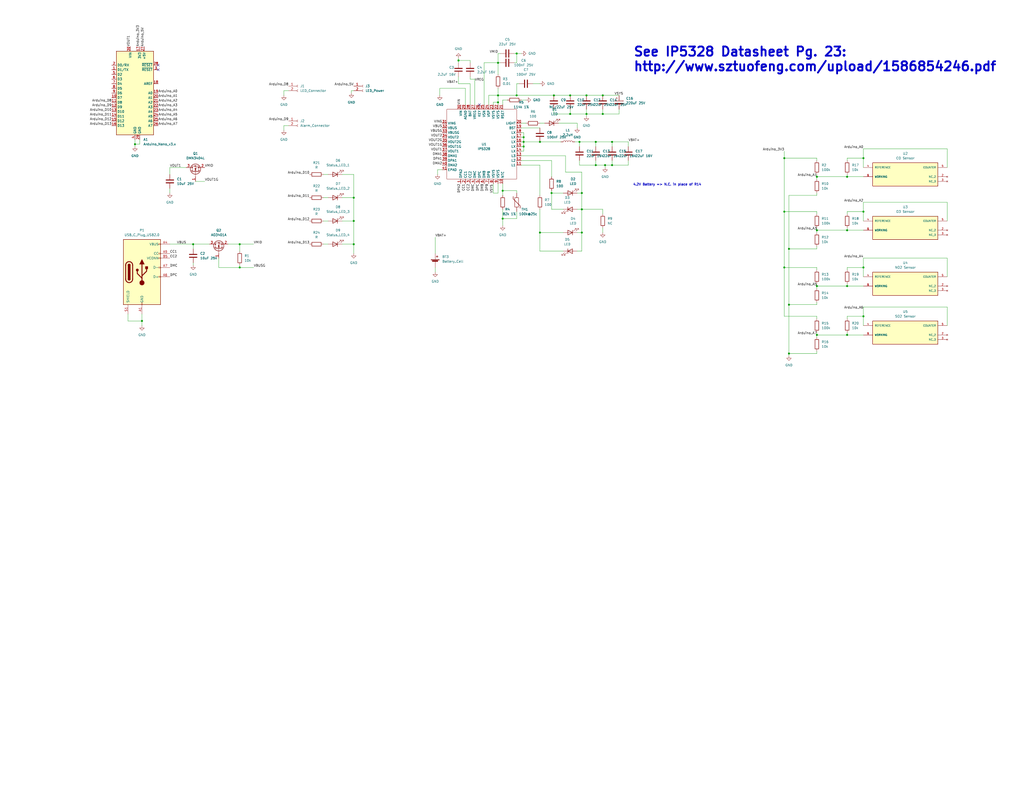
<source format=kicad_sch>
(kicad_sch (version 20211123) (generator eeschema)
  (paper "C")
  (lib_symbols
    (symbol "110-102:110-102" (pin_names (offset 1.016))
      (property "Reference" "U" (at -17.78 6.35 0))
      (property "Value" "110-102" (at -17.78 -8.89 0))
      (symbol "110-102_0_0"
        (pin bidirectional line (at -22.86 -2.54 0) (length 5.08) (name "WORKING") (number "1"))
        (pin no_connect line (at 22.86 -2.54 180) (length 5.08) (name "NC_2") (number "2"))
        (pin no_connect line (at 22.86 -5.08 180) (length 5.08) (name "NC_3") (number "3"))
        (pin input line (at -22.86 2.54 0) (length 5.08) (name "REFERENCE") (number "4"))
        (pin bidirectional line (at 22.86 2.54 180) (length 5.08) (name "COUNTER") (number "5"))
        (pin bidirectional line (at -22.86 -2.54 0) (length 5.08) (name "WORKING") (number "6"))
      )
    )
    (symbol "Connector:Conn_01x02_Female" (pin_names (offset 1.016) hide)
      (property "Reference" "J" (at 0 2.54 0))
      (property "Value" "Conn_01x02_Female" (at 0 -5.08 0))
      (symbol "Conn_01x02_Female_1_1"
        (pin passive line (at -5.08 0 0) (length 3.81) (name "Pin_1") (number "1"))
        (pin passive line (at -5.08 -2.54 0) (length 3.81) (name "Pin_2") (number "2"))
      )
    )
    (symbol "Connector:USB_C_Plug_USB2.0" (pin_names (offset 1.016))
      (property "Reference" "P" (at -10.16 19.05 0))
      (property "Value" "USB_C_Plug_USB2.0" (at 12.7 19.05 0))
      (symbol "USB_C_Plug_USB2.0_1_1"
        (pin passive line (at 0 -22.86 90) (length 5.08) (name "GND") (number "A1"))
        (pin passive line (at 0 -22.86 90) (length 5.08) hide (name "GND") (number "A12"))
        (pin passive line (at 15.24 15.24 180) (length 5.08) (name "VBUS") (number "A4"))
        (pin bidirectional line (at 15.24 10.16 180) (length 5.08) (name "CC") (number "A5"))
        (pin bidirectional line (at 15.24 -2.54 180) (length 5.08) (name "D+") (number "A6"))
        (pin bidirectional line (at 15.24 2.54 180) (length 5.08) (name "D-") (number "A7"))
        (pin passive line (at 15.24 15.24 180) (length 5.08) hide (name "VBUS") (number "A9"))
        (pin passive line (at 0 -22.86 90) (length 5.08) hide (name "GND") (number "B1"))
        (pin passive line (at 0 -22.86 90) (length 5.08) hide (name "GND") (number "B12"))
        (pin passive line (at 15.24 15.24 180) (length 5.08) hide (name "VBUS") (number "B4"))
        (pin bidirectional line (at 15.24 7.62 180) (length 5.08) (name "VCONN") (number "B5"))
        (pin passive line (at 15.24 15.24 180) (length 5.08) hide (name "VBUS") (number "B9"))
        (pin passive line (at -7.62 -22.86 90) (length 5.08) (name "SHIELD") (number "S1"))
      )
    )
    (symbol "Device:Battery_Cell" (pin_numbers hide) (pin_names (offset 0) hide)
      (property "Reference" "BT" (at 2.54 2.54 0))
      (property "Value" "Battery_Cell" (at 2.54 0 0))
      (symbol "Battery_Cell_1_1"
        (pin passive line (at 0 5.08 270) (length 2.54) (name "+") (number "1"))
        (pin passive line (at 0 -2.54 90) (length 2.54) (name "-") (number "2"))
      )
    )
    (symbol "Device:C" (pin_numbers hide) (pin_names (offset 0.254))
      (property "Reference" "C" (at 0.635 2.54 0))
      (property "Value" "C" (at 0.635 -2.54 0))
      (symbol "C_1_1"
        (pin passive line (at 0 3.81 270) (length 2.794) (name "~") (number "1"))
        (pin passive line (at 0 -3.81 90) (length 2.794) (name "~") (number "2"))
      )
    )
    (symbol "Device:C_Polarized" (pin_numbers hide) (pin_names (offset 0.254))
      (property "Reference" "C" (at 0.635 2.54 0))
      (property "Value" "C_Polarized" (at 0.635 -2.54 0))
      (symbol "C_Polarized_1_1"
        (pin passive line (at 0 3.81 270) (length 2.794) (name "~") (number "1"))
        (pin passive line (at 0 -3.81 90) (length 2.794) (name "~") (number "2"))
      )
    )
    (symbol "Device:L" (pin_numbers hide) (pin_names (offset 1.016) hide)
      (property "Reference" "L" (at -1.27 0 90))
      (property "Value" "L" (at 1.905 0 90))
      (symbol "L_1_1"
        (pin passive line (at 0 3.81 270) (length 1.27) (name "1") (number "1"))
        (pin passive line (at 0 -3.81 90) (length 1.27) (name "2") (number "2"))
      )
    )
    (symbol "Device:LED" (pin_numbers hide) (pin_names (offset 1.016) hide)
      (property "Reference" "D" (at 0 2.54 0))
      (property "Value" "LED" (at 0 -2.54 0))
      (symbol "LED_1_1"
        (pin passive line (at -3.81 0 0) (length 2.54) (name "K") (number "1"))
        (pin passive line (at 3.81 0 180) (length 2.54) (name "A") (number "2"))
      )
    )
    (symbol "Device:R" (pin_numbers hide) (pin_names (offset 0))
      (property "Reference" "R" (at 2.032 0 90))
      (property "Value" "R" (at 0 0 90))
      (symbol "R_1_1"
        (pin passive line (at 0 3.81 270) (length 1.27) (name "~") (number "1"))
        (pin passive line (at 0 -3.81 90) (length 1.27) (name "~") (number "2"))
      )
    )
    (symbol "Device:Thermistor" (pin_numbers hide) (pin_names (offset 0))
      (property "Reference" "TH" (at 2.54 1.27 90))
      (property "Value" "Thermistor" (at -2.54 0 90))
      (symbol "Thermistor_1_1"
        (pin passive line (at 0 5.08 270) (length 2.54) (name "~") (number "1"))
        (pin passive line (at 0 -5.08 90) (length 2.54) (name "~") (number "2"))
      )
    )
    (symbol "IP5328:IP5328"
      (property "Reference" "U" (at 7.62 -3.81 0))
      (property "Value" "IP5328" (at 7.62 -6.35 0))
      (symbol "IP5328_0_0"
        (pin input line (at 25.4 -35.56 90) (length 2.54) (name "NTC") (number "10"))
        (pin input line (at 5.08 -35.56 90) (length 2.54) (name "CC1") (number "2"))
        (pin input line (at 7.62 -35.56 90) (length 2.54) (name "CC2") (number "3"))
        (pin input line (at -7.62 -5.08 0) (length 2.54) (name "VBUS") (number "32"))
        (pin input line (at -7.62 -7.62 0) (length 2.54) (name "VBUSG") (number "33"))
        (pin input line (at -7.62 -10.16 0) (length 2.54) (name "VOUT2") (number "34"))
        (pin input line (at -7.62 -12.7 0) (length 2.54) (name "VOUT2G") (number "35"))
        (pin input line (at -7.62 -15.24 0) (length 2.54) (name "VOUT1G") (number "36"))
        (pin input line (at -7.62 -17.78 0) (length 2.54) (name "VOUT1") (number "37"))
        (pin input line (at -7.62 -20.32 0) (length 2.54) (name "DMA1") (number "38"))
        (pin input line (at -7.62 -22.86 0) (length 2.54) (name "DPA1") (number "39"))
        (pin input line (at 10.16 -35.56 90) (length 2.54) (name "DMC") (number "4"))
        (pin input line (at -7.62 -25.4 0) (length 2.54) (name "DMA2") (number "40"))
        (pin input line (at 12.7 -35.56 90) (length 2.54) (name "DPC") (number "5"))
        (pin input line (at 15.24 -35.56 90) (length 2.54) (name "DMB") (number "6"))
        (pin input line (at 17.78 -35.56 90) (length 2.54) (name "DPB") (number "7"))
        (pin input line (at 20.32 -35.56 90) (length 2.54) (name "VSYS") (number "8"))
        (pin input line (at 22.86 -35.56 90) (length 2.54) (name "VSYS") (number "9"))
      )
      (symbol "IP5328_1_1"
        (pin input line (at 2.54 -35.56 90) (length 2.54) (name "DPA2") (number "1"))
        (pin input line (at 35.56 -25.4 180) (length 2.54) (name "L1") (number "11"))
        (pin input line (at 35.56 -22.86 180) (length 2.54) (name "L2") (number "12"))
        (pin input line (at 35.56 -20.32 180) (length 2.54) (name "L3") (number "13"))
        (pin input line (at 35.56 -17.78 180) (length 2.54) (name "LX") (number "14"))
        (pin input line (at 35.56 -15.24 180) (length 2.54) (name "LX") (number "15"))
        (pin input line (at 35.56 -12.7 180) (length 2.54) (name "LX") (number "16"))
        (pin input line (at 35.56 -10.16 180) (length 2.54) (name "LX") (number "17"))
        (pin input line (at 35.56 -7.62 180) (length 2.54) (name "LX") (number "18"))
        (pin input line (at 35.56 -5.08 180) (length 2.54) (name "BST") (number "19"))
        (pin input line (at 35.56 -2.54 180) (length 2.54) (name "LIGHT") (number "20"))
        (pin input line (at 25.4 7.62 270) (length 2.54) (name "RSET") (number "21"))
        (pin input line (at 22.86 7.62 270) (length 2.54) (name "VSYS") (number "22"))
        (pin input line (at 20.32 7.62 270) (length 2.54) (name "VSYS") (number "23"))
        (pin input line (at 17.78 7.62 270) (length 2.54) (name "VSP") (number "24"))
        (pin input line (at 15.24 7.62 270) (length 2.54) (name "VSN") (number "25"))
        (pin input line (at 12.7 7.62 270) (length 2.54) (name "KEY") (number "26"))
        (pin input line (at 10.16 7.62 270) (length 2.54) (name "VREG") (number "27"))
        (pin input line (at 7.62 7.62 270) (length 2.54) (name "BAT") (number "28"))
        (pin input line (at 5.08 7.62 270) (length 2.54) (name "AGND") (number "29"))
        (pin input line (at 2.54 7.62 270) (length 2.54) (name "VIN") (number "30"))
        (pin input line (at -7.62 -2.54 0) (length 2.54) (name "VING") (number "31"))
        (pin input line (at -7.62 -27.94 0) (length 2.54) (name "EPAD") (number "41"))
      )
    )
    (symbol "MCU_Module:Arduino_Nano_v3.x"
      (property "Reference" "A" (at -10.16 23.495 0))
      (property "Value" "Arduino_Nano_v3.x" (at 5.08 -24.13 0))
      (symbol "Arduino_Nano_v3.x_1_1"
        (pin bidirectional line (at -12.7 12.7 0) (length 2.54) (name "D1/TX") (number "1"))
        (pin bidirectional line (at -12.7 -2.54 0) (length 2.54) (name "D7") (number "10"))
        (pin bidirectional line (at -12.7 -5.08 0) (length 2.54) (name "D8") (number "11"))
        (pin bidirectional line (at -12.7 -7.62 0) (length 2.54) (name "D9") (number "12"))
        (pin bidirectional line (at -12.7 -10.16 0) (length 2.54) (name "D10") (number "13"))
        (pin bidirectional line (at -12.7 -12.7 0) (length 2.54) (name "D11") (number "14"))
        (pin bidirectional line (at -12.7 -15.24 0) (length 2.54) (name "D12") (number "15"))
        (pin bidirectional line (at -12.7 -17.78 0) (length 2.54) (name "D13") (number "16"))
        (pin power_out line (at 2.54 25.4 270) (length 2.54) (name "3V3") (number "17"))
        (pin input line (at 12.7 5.08 180) (length 2.54) (name "AREF") (number "18"))
        (pin bidirectional line (at 12.7 0 180) (length 2.54) (name "A0") (number "19"))
        (pin bidirectional line (at -12.7 15.24 0) (length 2.54) (name "D0/RX") (number "2"))
        (pin bidirectional line (at 12.7 -2.54 180) (length 2.54) (name "A1") (number "20"))
        (pin bidirectional line (at 12.7 -5.08 180) (length 2.54) (name "A2") (number "21"))
        (pin bidirectional line (at 12.7 -7.62 180) (length 2.54) (name "A3") (number "22"))
        (pin bidirectional line (at 12.7 -10.16 180) (length 2.54) (name "A4") (number "23"))
        (pin bidirectional line (at 12.7 -12.7 180) (length 2.54) (name "A5") (number "24"))
        (pin bidirectional line (at 12.7 -15.24 180) (length 2.54) (name "A6") (number "25"))
        (pin bidirectional line (at 12.7 -17.78 180) (length 2.54) (name "A7") (number "26"))
        (pin power_out line (at 5.08 25.4 270) (length 2.54) (name "+5V") (number "27"))
        (pin input line (at 12.7 15.24 180) (length 2.54) (name "~{RESET}") (number "28"))
        (pin power_in line (at 2.54 -25.4 90) (length 2.54) (name "GND") (number "29"))
        (pin input line (at 12.7 12.7 180) (length 2.54) (name "~{RESET}") (number "3"))
        (pin power_in line (at -2.54 25.4 270) (length 2.54) (name "VIN") (number "30"))
        (pin power_in line (at 0 -25.4 90) (length 2.54) (name "GND") (number "4"))
        (pin bidirectional line (at -12.7 10.16 0) (length 2.54) (name "D2") (number "5"))
        (pin bidirectional line (at -12.7 7.62 0) (length 2.54) (name "D3") (number "6"))
        (pin bidirectional line (at -12.7 5.08 0) (length 2.54) (name "D4") (number "7"))
        (pin bidirectional line (at -12.7 2.54 0) (length 2.54) (name "D5") (number "8"))
        (pin bidirectional line (at -12.7 0 0) (length 2.54) (name "D6") (number "9"))
      )
    )
    (symbol "Transistor_FET:AO3401A" (pin_names hide)
      (property "Reference" "Q" (at 5.08 1.905 0))
      (property "Value" "AO3401A" (at 5.08 0 0))
      (symbol "AO3401A_1_1"
        (pin input line (at -5.08 0 0) (length 2.54) (name "G") (number "1"))
        (pin passive line (at 2.54 -5.08 90) (length 2.54) (name "S") (number "2"))
        (pin passive line (at 2.54 5.08 270) (length 2.54) (name "D") (number "3"))
      )
    )
    (symbol "Transistor_FET:DMN3404L" (pin_names hide)
      (property "Reference" "Q" (at 5.08 1.905 0))
      (property "Value" "DMN3404L" (at 5.08 0 0))
      (symbol "DMN3404L_1_1"
        (pin input line (at -5.08 0 0) (length 2.54) (name "G") (number "1"))
        (pin passive line (at 2.54 -5.08 90) (length 2.54) (name "S") (number "2"))
        (pin passive line (at 2.54 5.08 270) (length 2.54) (name "D") (number "3"))
      )
    )
    (symbol "power:GND" (power) (pin_names (offset 0))
      (property "Value" "GND" (at 0 -3.81 0))
      (symbol "GND_1_1"
        (pin power_in line (at 0 0 270) (length 0) hide (name "GND") (number "1"))
      )
    )
  )
  (junction (at 193.04 133.35))
  (junction (at 471.17 86.36))
  (junction (at 130.81 146.05))
  (junction (at 471.17 146.05))
  (junction (at 285.75 77.47))
  (junction (at 320.04 52.07))
  (junction (at 274.32 104.14))
  (junction (at 316.23 77.47))
  (junction (at 271.78 55.88))
  (junction (at 274.32 119.38))
  (junction (at 462.28 182.88))
  (junction (at 334.01 90.17))
  (junction (at 193.04 107.95))
  (junction (at 271.78 52.07))
  (junction (at 320.04 62.23))
  (junction (at 317.5 127))
  (junction (at 77.47 175.26))
  (junction (at 445.77 125.73))
  (junction (at 430.53 166.37))
  (junction (at 462.28 156.21))
  (junction (at 317.5 105.41))
  (junction (at 462.28 125.73))
  (junction (at 193.04 120.65))
  (junction (at 281.94 29.21))
  (junction (at 294.64 77.47))
  (junction (at 427.99 146.05))
  (junction (at 285.75 74.93))
  (junction (at 334.01 77.47))
  (junction (at 445.77 96.52))
  (junction (at 445.77 156.21))
  (junction (at 105.41 133.35))
  (junction (at 325.12 90.17))
  (junction (at 317.5 114.3))
  (junction (at 271.78 34.29))
  (junction (at 302.26 52.07))
  (junction (at 300.99 105.41))
  (junction (at 294.64 127))
  (junction (at 427.99 86.36))
  (junction (at 325.12 77.47))
  (junction (at 311.15 52.07))
  (junction (at 427.99 115.57))
  (junction (at 430.53 193.04))
  (junction (at 328.93 52.07))
  (junction (at 330.2 90.17))
  (junction (at 285.75 80.01))
  (junction (at 281.94 52.07))
  (junction (at 471.17 172.72))
  (junction (at 328.93 62.23))
  (junction (at 311.15 62.23))
  (junction (at 250.19 33.02))
  (junction (at 130.81 133.35))
  (junction (at 471.17 115.57))
  (junction (at 430.53 135.89))
  (junction (at 73.66 78.74))
  (junction (at 462.28 96.52))
  (junction (at 445.77 182.88))
  (no_connect (at 86.36 38.1))
  (no_connect (at 86.36 35.56))
  (no_connect (at 261.62 57.15))
  (wire (pts (xy 69.85 175.26) (xy 77.47 175.26)))
  (wire (pts (xy 462.28 147.32) (xy 462.28 146.05)))
  (wire (pts (xy 264.16 57.15) (xy 264.16 34.29)))
  (wire (pts (xy 284.48 77.47) (xy 285.75 77.47)))
  (wire (pts (xy 471.17 140.97) (xy 516.89 140.97)))
  (wire (pts (xy 430.53 135.89) (xy 445.77 135.89)))
  (wire (pts (xy 427.99 82.55) (xy 427.99 86.36)))
  (wire (pts (xy 304.8 67.31) (xy 314.96 67.31)))
  (wire (pts (xy 445.77 96.52) (xy 445.77 97.79)))
  (wire (pts (xy 471.17 146.05) (xy 471.17 140.97)))
  (wire (pts (xy 471.17 115.57) (xy 471.17 110.49)))
  (wire (pts (xy 427.99 172.72) (xy 445.77 172.72)))
  (wire (pts (xy 320.04 52.07) (xy 328.93 52.07)))
  (wire (pts (xy 330.2 90.17) (xy 330.2 91.44)))
  (wire (pts (xy 284.48 87.63) (xy 300.99 87.63)))
  (wire (pts (xy 300.99 105.41) (xy 300.99 114.3)))
  (wire (pts (xy 130.81 144.78) (xy 130.81 146.05)))
  (wire (pts (xy 238.76 92.71) (xy 241.3 92.71)))
  (wire (pts (xy 471.17 151.13) (xy 471.17 146.05)))
  (wire (pts (xy 328.93 116.84) (xy 328.93 114.3)))
  (wire (pts (xy 462.28 173.99) (xy 462.28 172.72)))
  (wire (pts (xy 462.28 95.25) (xy 462.28 96.52)))
  (wire (pts (xy 154.94 49.53) (xy 157.48 49.53)))
  (wire (pts (xy 445.77 191.77) (xy 445.77 193.04)))
  (wire (pts (xy 237.49 129.54) (xy 237.49 138.43)))
  (wire (pts (xy 294.64 137.16) (xy 294.64 127)))
  (wire (pts (xy 516.89 81.28) (xy 516.89 91.44)))
  (wire (pts (xy 250.19 33.02) (xy 250.19 34.29)))
  (wire (pts (xy 445.77 106.68) (xy 430.53 106.68)))
  (wire (pts (xy 471.17 81.28) (xy 516.89 81.28)))
  (wire (pts (xy 250.19 45.72) (xy 250.19 41.91)))
  (wire (pts (xy 462.28 124.46) (xy 462.28 125.73)))
  (wire (pts (xy 445.77 147.32) (xy 445.77 146.05)))
  (wire (pts (xy 274.32 100.33) (xy 274.32 104.14)))
  (wire (pts (xy 73.66 76.2) (xy 73.66 78.74)))
  (wire (pts (xy 462.28 125.73) (xy 471.17 125.73)))
  (wire (pts (xy 92.71 102.87) (xy 92.71 105.41)))
  (wire (pts (xy 154.94 68.58) (xy 157.48 68.58)))
  (wire (pts (xy 342.9 87.63) (xy 342.9 90.17)))
  (wire (pts (xy 445.77 87.63) (xy 445.77 86.36)))
  (wire (pts (xy 271.78 105.41) (xy 269.24 105.41)))
  (wire (pts (xy 462.28 96.52) (xy 471.17 96.52)))
  (wire (pts (xy 280.67 34.29) (xy 281.94 34.29)))
  (wire (pts (xy 320.04 62.23) (xy 328.93 62.23)))
  (wire (pts (xy 445.77 134.62) (xy 445.77 135.89)))
  (wire (pts (xy 471.17 120.65) (xy 471.17 115.57)))
  (wire (pts (xy 334.01 77.47) (xy 334.01 80.01)))
  (wire (pts (xy 191.77 50.8) (xy 191.77 49.53)))
  (wire (pts (xy 254 57.15) (xy 254 48.26)))
  (wire (pts (xy 193.04 133.35) (xy 193.04 138.43)))
  (wire (pts (xy 311.15 59.69) (xy 311.15 62.23)))
  (wire (pts (xy 271.78 100.33) (xy 271.78 105.41)))
  (wire (pts (xy 462.28 86.36) (xy 471.17 86.36)))
  (wire (pts (xy 250.19 33.02) (xy 256.54 33.02)))
  (wire (pts (xy 462.28 146.05) (xy 471.17 146.05)))
  (wire (pts (xy 280.67 29.21) (xy 281.94 29.21)))
  (wire (pts (xy 308.61 85.09) (xy 308.61 93.98)))
  (wire (pts (xy 462.28 156.21) (xy 471.17 156.21)))
  (wire (pts (xy 266.7 57.15) (xy 266.7 52.07)))
  (wire (pts (xy 516.89 110.49) (xy 516.89 120.65)))
  (wire (pts (xy 281.94 115.57) (xy 281.94 119.38)))
  (wire (pts (xy 302.26 62.23) (xy 311.15 62.23)))
  (wire (pts (xy 445.77 156.21) (xy 462.28 156.21)))
  (wire (pts (xy 186.69 133.35) (xy 193.04 133.35)))
  (wire (pts (xy 325.12 77.47) (xy 325.12 80.01)))
  (wire (pts (xy 427.99 146.05) (xy 445.77 146.05)))
  (wire (pts (xy 92.71 91.44) (xy 92.71 95.25)))
  (wire (pts (xy 284.48 67.31) (xy 287.02 67.31)))
  (wire (pts (xy 314.96 114.3) (xy 317.5 114.3)))
  (wire (pts (xy 445.77 193.04) (xy 430.53 193.04)))
  (wire (pts (xy 311.15 62.23) (xy 320.04 62.23)))
  (wire (pts (xy 316.23 87.63) (xy 316.23 90.17)))
  (wire (pts (xy 300.99 114.3) (xy 307.34 114.3)))
  (wire (pts (xy 471.17 86.36) (xy 471.17 81.28)))
  (wire (pts (xy 302.26 52.07) (xy 281.94 52.07)))
  (wire (pts (xy 269.24 100.33) (xy 269.24 105.41)))
  (wire (pts (xy 264.16 34.29) (xy 271.78 34.29)))
  (wire (pts (xy 285.75 77.47) (xy 285.75 80.01)))
  (wire (pts (xy 271.78 48.26) (xy 271.78 52.07)))
  (wire (pts (xy 445.77 125.73) (xy 445.77 127)))
  (wire (pts (xy 250.19 31.75) (xy 250.19 33.02)))
  (wire (pts (xy 334.01 87.63) (xy 334.01 90.17)))
  (wire (pts (xy 462.28 87.63) (xy 462.28 86.36)))
  (wire (pts (xy 186.69 107.95) (xy 193.04 107.95)))
  (wire (pts (xy 328.93 52.07) (xy 337.82 52.07)))
  (wire (pts (xy 317.5 93.98) (xy 317.5 105.41)))
  (wire (pts (xy 430.53 166.37) (xy 445.77 166.37)))
  (wire (pts (xy 154.94 71.12) (xy 154.94 68.58)))
  (wire (pts (xy 445.77 96.52) (xy 462.28 96.52)))
  (wire (pts (xy 266.7 52.07) (xy 271.78 52.07)))
  (wire (pts (xy 256.54 57.15) (xy 256.54 45.72)))
  (wire (pts (xy 285.75 82.55) (xy 284.48 82.55)))
  (wire (pts (xy 130.81 146.05) (xy 138.43 146.05)))
  (wire (pts (xy 334.01 77.47) (xy 342.9 77.47)))
  (wire (pts (xy 191.77 49.53) (xy 193.04 49.53)))
  (wire (pts (xy 283.21 45.72) (xy 281.94 45.72)))
  (wire (pts (xy 316.23 77.47) (xy 316.23 80.01)))
  (wire (pts (xy 281.94 29.21) (xy 284.48 29.21)))
  (wire (pts (xy 445.77 182.88) (xy 462.28 182.88)))
  (wire (pts (xy 176.53 133.35) (xy 179.07 133.35)))
  (wire (pts (xy 119.38 146.05) (xy 119.38 140.97)))
  (wire (pts (xy 237.49 146.05) (xy 237.49 148.59)))
  (wire (pts (xy 281.94 34.29) (xy 281.94 29.21)))
  (wire (pts (xy 320.04 59.69) (xy 320.04 62.23)))
  (wire (pts (xy 269.24 55.88) (xy 269.24 57.15)))
  (wire (pts (xy 445.77 124.46) (xy 445.77 125.73)))
  (wire (pts (xy 106.68 99.06) (xy 111.76 99.06)))
  (wire (pts (xy 73.66 78.74) (xy 73.66 80.01)))
  (wire (pts (xy 294.64 127) (xy 294.64 114.3)))
  (wire (pts (xy 445.77 165.1) (xy 445.77 166.37)))
  (wire (pts (xy 105.41 143.51) (xy 105.41 144.78)))
  (wire (pts (xy 316.23 90.17) (xy 325.12 90.17)))
  (wire (pts (xy 271.78 57.15) (xy 271.78 55.88)))
  (wire (pts (xy 274.32 57.15) (xy 274.32 54.61)))
  (wire (pts (xy 445.77 172.72) (xy 445.77 173.99)))
  (wire (pts (xy 92.71 91.44) (xy 101.6 91.44)))
  (wire (pts (xy 77.47 175.26) (xy 77.47 171.45)))
  (wire (pts (xy 320.04 62.23) (xy 320.04 63.5)))
  (wire (pts (xy 130.81 133.35) (xy 138.43 133.35)))
  (wire (pts (xy 316.23 77.47) (xy 325.12 77.47)))
  (wire (pts (xy 105.41 133.35) (xy 105.41 135.89)))
  (wire (pts (xy 471.17 167.64) (xy 516.89 167.64)))
  (wire (pts (xy 271.78 55.88) (xy 269.24 55.88)))
  (wire (pts (xy 193.04 95.25) (xy 193.04 107.95)))
  (wire (pts (xy 284.48 72.39) (xy 285.75 72.39)))
  (wire (pts (xy 427.99 115.57) (xy 427.99 146.05)))
  (wire (pts (xy 462.28 182.88) (xy 471.17 182.88)))
  (wire (pts (xy 317.5 127) (xy 317.5 137.16)))
  (wire (pts (xy 274.32 114.3) (xy 274.32 119.38)))
  (wire (pts (xy 284.48 90.17) (xy 294.64 90.17)))
  (wire (pts (xy 325.12 77.47) (xy 334.01 77.47)))
  (wire (pts (xy 285.75 80.01) (xy 285.75 82.55)))
  (wire (pts (xy 516.89 140.97) (xy 516.89 151.13)))
  (wire (pts (xy 271.78 52.07) (xy 271.78 55.88)))
  (wire (pts (xy 77.47 175.26) (xy 77.47 177.8)))
  (wire (pts (xy 314.96 127) (xy 317.5 127)))
  (wire (pts (xy 427.99 115.57) (xy 445.77 115.57)))
  (wire (pts (xy 302.26 59.69) (xy 302.26 62.23)))
  (wire (pts (xy 445.77 105.41) (xy 445.77 106.68)))
  (wire (pts (xy 307.34 137.16) (xy 294.64 137.16)))
  (wire (pts (xy 281.94 104.14) (xy 274.32 104.14)))
  (wire (pts (xy 294.64 67.31) (xy 297.18 67.31)))
  (wire (pts (xy 427.99 146.05) (xy 427.99 172.72)))
  (wire (pts (xy 284.48 80.01) (xy 285.75 80.01)))
  (wire (pts (xy 284.48 69.85) (xy 294.64 69.85)))
  (wire (pts (xy 285.75 72.39) (xy 285.75 74.93)))
  (wire (pts (xy 462.28 116.84) (xy 462.28 115.57)))
  (wire (pts (xy 313.69 77.47) (xy 316.23 77.47)))
  (wire (pts (xy 294.64 77.47) (xy 306.07 77.47)))
  (wire (pts (xy 176.53 107.95) (xy 179.07 107.95)))
  (wire (pts (xy 92.71 133.35) (xy 105.41 133.35)))
  (wire (pts (xy 317.5 105.41) (xy 317.5 114.3)))
  (wire (pts (xy 284.48 74.93) (xy 285.75 74.93)))
  (wire (pts (xy 427.99 86.36) (xy 427.99 115.57)))
  (wire (pts (xy 300.99 104.14) (xy 300.99 105.41)))
  (wire (pts (xy 274.32 119.38) (xy 274.32 123.19)))
  (wire (pts (xy 430.53 166.37) (xy 430.53 193.04)))
  (wire (pts (xy 342.9 90.17) (xy 334.01 90.17)))
  (wire (pts (xy 281.94 105.41) (xy 281.94 104.14)))
  (wire (pts (xy 462.28 115.57) (xy 471.17 115.57)))
  (wire (pts (xy 294.64 127) (xy 307.34 127)))
  (wire (pts (xy 445.77 156.21) (xy 445.77 157.48)))
  (wire (pts (xy 186.69 95.25) (xy 193.04 95.25)))
  (wire (pts (xy 445.77 154.94) (xy 445.77 156.21)))
  (wire (pts (xy 311.15 52.07) (xy 320.04 52.07)))
  (wire (pts (xy 328.93 59.69) (xy 328.93 62.23)))
  (wire (pts (xy 69.85 171.45) (xy 69.85 175.26)))
  (wire (pts (xy 445.77 95.25) (xy 445.77 96.52)))
  (wire (pts (xy 76.2 78.74) (xy 73.66 78.74)))
  (wire (pts (xy 430.53 135.89) (xy 430.53 166.37)))
  (wire (pts (xy 274.32 104.14) (xy 274.32 106.68)))
  (wire (pts (xy 471.17 110.49) (xy 516.89 110.49)))
  (wire (pts (xy 186.69 120.65) (xy 193.04 120.65)))
  (wire (pts (xy 317.5 114.3) (xy 317.5 127)))
  (wire (pts (xy 471.17 172.72) (xy 471.17 167.64)))
  (wire (pts (xy 290.83 45.72) (xy 294.64 45.72)))
  (wire (pts (xy 314.96 105.41) (xy 317.5 105.41)))
  (wire (pts (xy 285.75 77.47) (xy 294.64 77.47)))
  (wire (pts (xy 342.9 77.47) (xy 342.9 80.01)))
  (wire (pts (xy 516.89 167.64) (xy 516.89 177.8)))
  (wire (pts (xy 285.75 74.93) (xy 285.75 77.47)))
  (wire (pts (xy 325.12 90.17) (xy 330.2 90.17)))
  (wire (pts (xy 254 48.26) (xy 240.03 48.26)))
  (wire (pts (xy 130.81 133.35) (xy 130.81 137.16)))
  (wire (pts (xy 462.28 181.61) (xy 462.28 182.88)))
  (wire (pts (xy 284.48 85.09) (xy 308.61 85.09)))
  (wire (pts (xy 130.81 146.05) (xy 119.38 146.05)))
  (wire (pts (xy 256.54 45.72) (xy 250.19 45.72)))
  (wire (pts (xy 271.78 34.29) (xy 271.78 29.21)))
  (wire (pts (xy 445.77 181.61) (xy 445.77 182.88)))
  (wire (pts (xy 430.53 193.04) (xy 430.53 194.31)))
  (wire (pts (xy 430.53 106.68) (xy 430.53 135.89)))
  (wire (pts (xy 259.08 57.15) (xy 259.08 43.18)))
  (wire (pts (xy 302.26 52.07) (xy 311.15 52.07)))
  (wire (pts (xy 176.53 95.25) (xy 179.07 95.25)))
  (wire (pts (xy 445.77 125.73) (xy 462.28 125.73)))
  (wire (pts (xy 256.54 34.29) (xy 256.54 33.02)))
  (wire (pts (xy 281.94 52.07) (xy 271.78 52.07)))
  (wire (pts (xy 325.12 87.63) (xy 325.12 90.17)))
  (wire (pts (xy 328.93 124.46) (xy 328.93 127)))
  (wire (pts (xy 281.94 119.38) (xy 274.32 119.38)))
  (wire (pts (xy 271.78 40.64) (xy 271.78 34.29)))
  (wire (pts (xy 76.2 76.2) (xy 76.2 78.74)))
  (wire (pts (xy 240.03 48.26) (xy 240.03 52.07)))
  (wire (pts (xy 193.04 120.65) (xy 193.04 133.35)))
  (wire (pts (xy 308.61 93.98) (xy 317.5 93.98)))
  (wire (pts (xy 445.77 116.84) (xy 445.77 115.57)))
  (wire (pts (xy 271.78 34.29) (xy 273.05 34.29)))
  (wire (pts (xy 193.04 107.95) (xy 193.04 120.65)))
  (wire (pts (xy 256.54 43.18) (xy 256.54 41.91)))
  (wire (pts (xy 337.82 59.69) (xy 337.82 62.23)))
  (wire (pts (xy 471.17 91.44) (xy 471.17 86.36)))
  (wire (pts (xy 317.5 137.16) (xy 314.96 137.16)))
  (wire (pts (xy 294.64 90.17) (xy 294.64 106.68)))
  (wire (pts (xy 105.41 133.35) (xy 114.3 133.35)))
  (wire (pts (xy 271.78 29.21) (xy 273.05 29.21)))
  (wire (pts (xy 274.32 54.61) (xy 276.86 54.61)))
  (wire (pts (xy 176.53 120.65) (xy 179.07 120.65)))
  (wire (pts (xy 462.28 154.94) (xy 462.28 156.21)))
  (wire (pts (xy 124.46 133.35) (xy 130.81 133.35)))
  (wire (pts (xy 300.99 87.63) (xy 300.99 96.52)))
  (wire (pts (xy 281.94 45.72) (xy 281.94 52.07)))
  (wire (pts (xy 154.94 52.07) (xy 154.94 49.53)))
  (wire (pts (xy 314.96 67.31) (xy 314.96 69.85)))
  (wire (pts (xy 284.48 54.61) (xy 287.02 54.61)))
  (wire (pts (xy 445.77 86.36) (xy 427.99 86.36)))
  (wire (pts (xy 259.08 43.18) (xy 256.54 43.18)))
  (wire (pts (xy 471.17 177.8) (xy 471.17 172.72)))
  (wire (pts (xy 445.77 182.88) (xy 445.77 184.15)))
  (wire (pts (xy 462.28 172.72) (xy 471.17 172.72)))
  (wire (pts (xy 238.76 95.25) (xy 238.76 92.71)))
  (wire (pts (xy 317.5 114.3) (xy 328.93 114.3)))
  (wire (pts (xy 300.99 105.41) (xy 307.34 105.41)))
  (wire (pts (xy 334.01 90.17) (xy 330.2 90.17)))
  (wire (pts (xy 328.93 62.23) (xy 337.82 62.23)))
  (text "See IP5328 Datasheet Pg. 23:\nhttp://www.sztuofeng.com/upload/1586854246.pdf" (at 345.44 39.37 0) (effects (font (size 5 5) (thickness 1) bold) (justify left bottom)))
  (text "4.2V Battery => N.C. in place of R14" (at 345.44 101.6 0) (effects (font (size 1.27 1.27) bold) (justify left bottom)))
  (label "Arduino_A3" (at 445.77 125.73 180))
  (label "Arduino_D11" (at 60.96 63.5 180))
  (label "Arduino_5V" (at 193.04 46.99 180))
  (label "VOUT1" (at 92.71 91.44 0))
  (label "CC1" (at 254 100.33 270))
  (label "Arduino_D12" (at 168.91 120.65 180))
  (label "VBUS" (at 241.3 69.85 180))
  (label "Arduino_D12" (at 60.96 66.04 180))
  (label "VSYS" (at 269.24 105.41 90))
  (label "VBUSG" (at 241.3 72.39 180))
  (label "VBAT+" (at 237.49 129.54 0))
  (label "VOUT1G" (at 111.76 99.06 0))
  (label "Arduino_A2" (at 471.17 110.49 180))
  (label "Arduino_D9" (at 60.96 58.42 180))
  (label "CC2" (at 92.71 140.97 0))
  (label "Arduino_A4" (at 86.36 60.96 0))
  (label "VOUT1" (at 71.12 25.4 90))
  (label "Arduino_A0" (at 86.36 50.8 0))
  (label "VOUT2G" (at 241.3 77.47 180))
  (label "DPA2" (at 251.46 100.33 270))
  (label "Arduino_A3" (at 86.36 58.42 0))
  (label "DMC" (at 259.08 100.33 270))
  (label "VIN" (at 251.46 57.15 90))
  (label "Arduino_3V3" (at 427.99 82.55 180))
  (label "VBAT+" (at 243.84 45.72 0))
  (label "Arduino_3V3" (at 76.2 25.4 90))
  (label "Arduino_A6" (at 86.36 66.04 0))
  (label "Arduino_A1" (at 445.77 96.52 180))
  (label "Arduino_A1" (at 86.36 53.34 0))
  (label "VOUT1G" (at 241.3 80.01 180))
  (label "CC2" (at 256.54 100.33 270))
  (label "Arduino_D8" (at 60.96 55.88 180))
  (label "VOUT1" (at 241.3 82.55 180))
  (label "DPA1" (at 241.3 87.63 180))
  (label "Arduino_A7" (at 445.77 182.88 180))
  (label "Arduino_A5" (at 86.36 63.5 0))
  (label "Arduino_A6" (at 471.17 168.91 180))
  (label "Arduino_D13" (at 168.91 133.35 180))
  (label "Arduino_D10" (at 60.96 60.96 180))
  (label "Arduino_A0" (at 471.17 81.28 180))
  (label "Arduino_D10" (at 168.91 95.25 180))
  (label "Arduino_A4" (at 471.17 140.97 180))
  (label "Arduino_D11" (at 168.91 107.95 180))
  (label "VSYS" (at 335.28 52.07 0))
  (label "DPB" (at 266.7 100.33 270))
  (label "Arduino_A5" (at 445.77 156.21 180))
  (label "DPC" (at 92.71 151.13 0))
  (label "VMID" (at 111.76 91.44 0))
  (label "Arduino_D9" (at 157.48 66.04 180))
  (label "Arduino_5V" (at 78.74 25.4 90))
  (label "DMB" (at 264.16 100.33 270))
  (label "DMA2" (at 241.3 90.17 180))
  (label "Arduino_D8" (at 157.48 46.99 180))
  (label "VBUS" (at 96.52 133.35 0))
  (label "Arduino_A7" (at 86.36 68.58 0))
  (label "DMC" (at 92.71 146.05 0))
  (label "VBAT+" (at 342.9 77.47 0))
  (label "VOUT2" (at 241.3 74.93 180))
  (label "DPC" (at 261.62 100.33 270))
  (label "VREG" (at 259.08 44.45 0))
  (label "VMID" (at 138.43 133.35 0))
  (label "DMA1" (at 241.3 85.09 180))
  (label "VBUSG" (at 138.43 146.05 0))
  (label "Arduino_D13" (at 60.96 68.58 180))
  (label "VING" (at 241.3 67.31 180))
  (label "Arduino_A2" (at 86.36 55.88 0))
  (label "CC1" (at 92.71 138.43 0))
  (label "VMID" (at 271.78 29.21 180))
  (symbol (lib_id "power:GND") (at 237.49 148.59 0) (unit 1)
    (property "Reference" "#PWR05" (effects hide))
    (property "Value" "GND" (at 237.49 153.67 0))
  )
  (symbol (lib_id "power:GND") (at 238.76 95.25 0) (unit 1)
    (property "Reference" "#PWR06" (effects hide))
    (property "Value" "GND" (at 238.76 100.33 0))
  )
  (symbol (lib_id "Device:Battery_Cell") (at 237.49 143.51 0) (unit 1)
    (property "Reference" "BT3" (at 241.3 140.2079 0) (effects (justify left)))
    (property "Value" "Battery_Cell" (at 241.3 142.7479 0) (effects (justify left)))
  )
  (symbol (lib_id "power:GND") (at 240.03 52.07 0) (unit 1)
    (property "Reference" "#PWR07" (effects hide))
    (property "Value" "GND" (at 240.03 57.15 0))
  )
  (symbol (lib_id "Device:R") (at 280.67 54.61 90) (unit 1)
    (property "Reference" "R5" (at 284.48 55.88 90))
    (property "Value" "114k 1%" (at 284.48 58.42 90))
    (property "Footprint" "Resistor_SMD:R_0603_1608Metric" (effects hide))
  )
  (symbol (lib_id "Device:C") (at 325.12 83.82 0) (unit 1)
    (property "Reference" "C13" (at 328.93 82.5499 0) (effects (justify left)))
    (property "Value" "22uF 16v" (at 328.93 85.0899 0) (effects (justify left)))
    (property "Footprint" "Capacitor_SMD:C_0201_0603Metric" (effects hide))
  )
  (symbol (lib_id "power:GND") (at 193.04 138.43 0) (unit 1)
    (property "Reference" "#PWR020" (effects hide))
    (property "Value" "GND" (at 193.04 143.51 0))
  )
  (symbol (lib_id "Device:C") (at 302.26 55.88 0) (unit 1)
    (property "Reference" "C9" (at 306.07 54.6099 0) (effects (justify left)))
    (property "Value" "NC/22uF 25V" (at 299.72 58.42 0) (effects (justify left)))
    (property "Footprint" "Capacitor_SMD:C_0201_0603Metric" (effects hide))
  )
  (symbol (lib_id "Device:LED") (at 311.15 137.16 0) (unit 1)
    (property "Reference" "D5" (at 309.5625 130.81 0))
    (property "Value" "LED" (at 309.5625 133.35 0))
  )
  (symbol (lib_id "Device:R") (at 328.93 120.65 0) (unit 1)
    (property "Reference" "R9" (at 331.47 119.3799 0) (effects (justify left)))
    (property "Value" "NC" (at 331.47 121.9199 0) (effects (justify left)))
    (property "Footprint" "Resistor_SMD:R_0603_1608Metric" (effects hide))
  )
  (symbol (lib_id "Device:C") (at 92.71 99.06 0) (unit 1)
    (property "Reference" "C1" (at 96.52 97.7899 0) (effects (justify left)))
    (property "Value" "10uF 25V" (at 96.52 100.3299 0) (effects (justify left)))
    (property "Footprint" "Capacitor_SMD:C_0201_0603Metric" (effects hide))
  )
  (symbol (lib_id "Device:C") (at 316.23 83.82 0) (unit 1)
    (property "Reference" "C11" (at 320.04 82.5499 0) (effects (justify left)))
    (property "Value" "22uF 16V" (at 320.04 85.0899 0) (effects (justify left)))
    (property "Footprint" "Capacitor_SMD:C_0201_0603Metric" (effects hide))
  )
  (symbol (lib_id "power:GND") (at 191.77 50.8 0) (unit 1)
    (property "Reference" "#PWR019" (effects hide))
    (property "Value" "GND" (at 191.77 55.88 0))
  )
  (symbol (lib_id "Device:R") (at 445.77 161.29 0) (unit 1)
    (property "Reference" "R14" (at 448.31 160.0199 0) (effects (justify left)))
    (property "Value" "10k" (at 448.31 162.5599 0) (effects (justify left)))
    (property "Footprint" "Resistor_SMD:R_0603_1608Metric" (effects hide))
  )
  (symbol (lib_id "Device:R") (at 274.32 110.49 0) (unit 1)
    (property "Reference" "R4" (at 275.59 114.3 0) (effects (justify left)))
    (property "Value" "82k 1%" (at 274.32 116.84 0) (effects (justify left)))
    (property "Footprint" "Resistor_SMD:R_0603_1608Metric" (effects hide))
  )
  (symbol (lib_id "Connector:Conn_01x02_Female") (at 162.56 46.99 0) (unit 1)
    (property "Reference" "J1" (at 163.83 46.9899 0) (effects (justify left)))
    (property "Value" "LED_Connector" (at 163.83 49.5299 0) (effects (justify left)))
    (property "Footprint" "Connector_JST:JST_PH_B2B-PH-K_1x02_P2.00mm_Vertical" (effects hide))
  )
  (symbol (lib_id "Device:R") (at 172.72 133.35 90) (unit 1)
    (property "Reference" "R24" (at 172.72 127 90))
    (property "Value" "R" (at 172.72 129.54 90))
  )
  (symbol (lib_id "Device:R") (at 462.28 120.65 0) (unit 1)
    (property "Reference" "R18" (at 464.82 119.3799 0) (effects (justify left)))
    (property "Value" "10k" (at 464.82 121.9199 0) (effects (justify left)))
    (property "Footprint" "Resistor_SMD:R_0603_1608Metric" (effects hide))
  )
  (symbol (lib_id "power:GND") (at 284.48 29.21 90) (unit 1)
    (property "Reference" "#PWR011" (effects hide))
    (property "Value" "GND" (at 288.29 29.2099 90) (effects (justify right)))
  )
  (symbol (lib_id "power:GND") (at 320.04 63.5 0) (unit 1)
    (property "Reference" "#PWR015" (effects hide))
    (property "Value" "GND" (at 320.04 68.58 0))
  )
  (symbol (lib_id "110-102:110-102") (at 494.03 123.19 0) (unit 1)
    (property "Reference" "U3" (at 494.03 113.03 0))
    (property "Value" "O3 Sensor" (at 494.03 115.57 0))
    (property "Footprint" "components:XDCR_110-102" (effects hide))
    (property "PARTREV" "April 2017" (effects hide))
    (property "MAXIMUM_PACKAGE_HEIGHT" "4.193mm" (effects hide))
    (property "STANDARD" "Manufacturer Recommendations" (effects hide))
    (property "MANUFACTURER" "SPEC SENSOR" (effects hide))
  )
  (symbol (lib_id "power:GND") (at 430.53 194.31 0) (unit 1)
    (property "Reference" "#PWR08" (effects hide))
    (property "Value" "GND" (at 430.53 199.39 0))
  )
  (symbol (lib_id "Device:C") (at 276.86 29.21 270) (unit 1)
    (property "Reference" "C5" (at 276.86 21.59 90))
    (property "Value" "22uF 25V" (at 276.86 24.13 90))
    (property "Footprint" "Capacitor_SMD:C_0201_0603Metric" (effects hide))
  )
  (symbol (lib_id "Transistor_FET:AO3401A") (at 119.38 135.89 90) (unit 1)
    (property "Reference" "Q2" (at 119.38 125.73 90))
    (property "Value" "AO3401A" (at 119.38 128.27 90))
    (property "Footprint" "Package_TO_SOT_SMD:SOT-23" (effects hide))
    (property "Datasheet" "http://www.aosmd.com/pdfs/datasheet/AO3401A.pdf" (effects hide))
  )
  (symbol (lib_id "Connector:Conn_01x02_Female") (at 162.56 66.04 0) (unit 1)
    (property "Reference" "J2" (at 163.83 66.0399 0) (effects (justify left)))
    (property "Value" "Alarm_Connector" (at 163.83 68.5799 0) (effects (justify left)))
    (property "Footprint" "alarm:AT_1127_ST_2_R_Alarm" (effects hide))
  )
  (symbol (lib_id "Device:C") (at 105.41 139.7 0) (unit 1)
    (property "Reference" "C2" (at 109.22 138.4299 0) (effects (justify left)))
    (property "Value" "10uF 25V" (at 109.22 140.9699 0) (effects (justify left)))
    (property "Footprint" "Capacitor_SMD:C_0201_0603Metric" (effects hide))
  )
  (symbol (lib_id "IP5328:IP5328") (at 248.92 64.77 0) (unit 1)
    (property "Reference" "U1" (at 264.16 78.74 0))
    (property "Value" "IP5328" (at 264.16 81.28 0))
  )
  (symbol (lib_id "power:GND") (at 294.64 45.72 90) (unit 1)
    (property "Reference" "#PWR013" (effects hide))
    (property "Value" "GND" (at 298.45 45.7199 90) (effects (justify right)))
  )
  (symbol (lib_id "Device:LED") (at 311.15 105.41 180) (unit 1)
    (property "Reference" "D2" (at 312.7375 97.79 0))
    (property "Value" "LED" (at 312.7375 100.33 0))
  )
  (symbol (lib_id "110-102:110-102") (at 494.03 153.67 0) (unit 1)
    (property "Reference" "U4" (at 494.03 143.51 0))
    (property "Value" "NO2 Sensor" (at 494.03 146.05 0))
    (property "Footprint" "components:XDCR_110-102" (effects hide))
    (property "PARTREV" "April 2017" (effects hide))
    (property "MAXIMUM_PACKAGE_HEIGHT" "4.193mm" (effects hide))
    (property "STANDARD" "Manufacturer Recommendations" (effects hide))
    (property "MANUFACTURER" "SPEC SENSOR" (effects hide))
  )
  (symbol (lib_id "Device:LED") (at 182.88 95.25 180) (unit 1)
    (property "Reference" "D6" (at 184.4675 87.63 0))
    (property "Value" "Status_LED_1" (at 184.4675 90.17 0))
  )
  (symbol (lib_id "power:GND") (at 328.93 127 0) (unit 1)
    (property "Reference" "#PWR016" (effects hide))
    (property "Value" "GND" (at 328.93 132.08 0))
  )
  (symbol (lib_id "Device:R") (at 462.28 91.44 180) (unit 1)
    (property "Reference" "R17" (at 464.82 90.1699 0) (effects (justify right)))
    (property "Value" "10k" (at 464.82 92.7099 0) (effects (justify right)))
    (property "Footprint" "Resistor_SMD:R_0603_1608Metric" (effects hide))
  )
  (symbol (lib_id "Device:R") (at 445.77 130.81 0) (unit 1)
    (property "Reference" "R12" (at 448.31 129.5399 0) (effects (justify left)))
    (property "Value" "10k" (at 448.31 132.0799 0) (effects (justify left)))
    (property "Footprint" "Resistor_SMD:R_0603_1608Metric" (effects hide))
  )
  (symbol (lib_id "Device:C") (at 342.9 83.82 0) (unit 1)
    (property "Reference" "C17" (at 346.71 82.5499 0) (effects (justify left)))
    (property "Value" "22uF 16V" (at 346.71 85.0899 0) (effects (justify left)))
    (property "Footprint" "Capacitor_SMD:C_0201_0603Metric" (effects hide))
  )
  (symbol (lib_id "Device:R") (at 294.64 110.49 0) (unit 1)
    (property "Reference" "R7" (at 297.18 109.2199 0) (effects (justify left)))
    (property "Value" "100" (at 297.18 111.7599 0) (effects (justify left)))
    (property "Footprint" "Resistor_SMD:R_0603_1608Metric" (effects hide))
  )
  (symbol (lib_id "MCU_Module:Arduino_Nano_v3.x") (at 73.66 50.8 0) (unit 1)
    (property "Reference" "A1" (at 78.2194 76.2 0) (effects (justify left)))
    (property "Value" "Arduino_Nano_v3.x" (at 78.2194 78.74 0) (effects (justify left)))
    (property "Footprint" "Module:Arduino_Nano" (effects hide))
    (property "Datasheet" "http://www.mouser.com/pdfdocs/Gravitech_Arduino_Nano3_0.pdf" (effects hide))
  )
  (symbol (lib_id "Device:L") (at 309.88 77.47 90) (unit 1)
    (property "Reference" "L1" (at 309.88 71.12 90))
    (property "Value" "2.2uH" (at 309.88 73.66 90))
  )
  (symbol (lib_id "110-102:110-102") (at 494.03 180.34 0) (unit 1)
    (property "Reference" "U5" (at 494.03 170.18 0))
    (property "Value" "SO2 Sensor" (at 494.03 172.72 0))
    (property "Footprint" "components:XDCR_110-102" (effects hide))
    (property "PARTREV" "April 2017" (effects hide))
    (property "MAXIMUM_PACKAGE_HEIGHT" "4.193mm" (effects hide))
    (property "STANDARD" "Manufacturer Recommendations" (effects hide))
    (property "MANUFACTURER" "SPEC SENSOR" (effects hide))
  )
  (symbol (lib_id "Device:R") (at 462.28 177.8 0) (unit 1)
    (property "Reference" "R20" (at 464.82 176.5299 0) (effects (justify left)))
    (property "Value" "10k" (at 464.82 179.0699 0) (effects (justify left)))
    (property "Footprint" "Resistor_SMD:R_0603_1608Metric" (effects hide))
  )
  (symbol (lib_id "Device:C") (at 287.02 45.72 90) (unit 1)
    (property "Reference" "C7" (at 287.02 38.1 90))
    (property "Value" "100nF 25V" (at 287.02 40.64 90))
    (property "Footprint" "Capacitor_SMD:C_0201_0603Metric" (effects hide))
  )
  (symbol (lib_id "Device:R") (at 172.72 107.95 90) (unit 1)
    (property "Reference" "R22" (at 172.72 101.6 90))
    (property "Value" "R" (at 172.72 104.14 90))
  )
  (symbol (lib_id "Device:C") (at 256.54 38.1 0) (unit 1)
    (property "Reference" "C4" (at 260.35 36.8299 0) (effects (justify left)))
    (property "Value" "2.2uF 16V" (at 260.35 39.3699 0) (effects (justify left)))
    (property "Footprint" "Capacitor_SMD:C_0201_0603Metric" (effects hide))
  )
  (symbol (lib_id "Device:C_Polarized") (at 337.82 55.88 0) (unit 1)
    (property "Reference" "C16" (at 341.63 53.7209 0) (effects (justify left)))
    (property "Value" "220uF 25V" (at 341.63 56.2609 0) (effects (justify left)))
    (property "Footprint" "Capacitor_SMD:C_0201_0603Metric" (effects hide))
  )
  (symbol (lib_id "power:GND") (at 330.2 91.44 0) (unit 1)
    (property "Reference" "#PWR017" (effects hide))
    (property "Value" "GND" (at 330.2 96.52 0))
  )
  (symbol (lib_id "power:GND") (at 274.32 123.19 0) (unit 1)
    (property "Reference" "#PWR010" (effects hide))
    (property "Value" "GND" (at 274.32 128.27 0))
  )
  (symbol (lib_id "Device:R") (at 300.99 100.33 0) (unit 1)
    (property "Reference" "R8" (at 303.53 99.0599 0) (effects (justify left)))
    (property "Value" "100" (at 303.53 101.5999 0) (effects (justify left)))
    (property "Footprint" "Resistor_SMD:R_0603_1608Metric" (effects hide))
  )
  (symbol (lib_id "Device:C") (at 276.86 34.29 270) (unit 1)
    (property "Reference" "C6" (at 285.75 33.02 90))
    (property "Value" "100nF 25V" (at 285.75 35.56 90))
    (property "Footprint" "Capacitor_SMD:C_0201_0603Metric" (effects hide))
  )
  (symbol (lib_id "Device:LED") (at 311.15 127 180) (unit 1)
    (property "Reference" "D4" (at 312.7375 119.38 0))
    (property "Value" "LED" (at 312.7375 121.92 0))
  )
  (symbol (lib_id "Device:C") (at 320.04 55.88 0) (unit 1)
    (property "Reference" "C12" (at 323.85 54.6099 0) (effects (justify left)))
    (property "Value" "22uF 25V" (at 323.85 57.1499 0) (effects (justify left)))
    (property "Footprint" "Capacitor_SMD:C_0201_0603Metric" (effects hide))
  )
  (symbol (lib_id "110-102:110-102") (at 494.03 93.98 0) (unit 1)
    (property "Reference" "U2" (at 494.03 83.82 0))
    (property "Value" "CO Sensor" (at 494.03 86.36 0))
    (property "Footprint" "components:XDCR_110-102" (effects hide))
    (property "PARTREV" "April 2017" (effects hide))
    (property "MAXIMUM_PACKAGE_HEIGHT" "4.193mm" (effects hide))
    (property "STANDARD" "Manufacturer Recommendations" (effects hide))
    (property "MANUFACTURER" "SPEC SENSOR" (effects hide))
  )
  (symbol (lib_id "Device:R") (at 271.78 44.45 0) (unit 1)
    (property "Reference" "R3" (at 274.32 43.1799 0) (effects (justify left)))
    (property "Value" "0.01" (at 274.32 45.7199 0) (effects (justify left)))
    (property "Footprint" "Resistor_SMD:R_0603_1608Metric" (effects hide))
  )
  (symbol (lib_id "Device:LED") (at 182.88 120.65 180) (unit 1)
    (property "Reference" "D8" (at 184.4675 113.03 0))
    (property "Value" "Status_LED_3" (at 184.4675 115.57 0))
  )
  (symbol (lib_id "Device:LED") (at 182.88 133.35 180) (unit 1)
    (property "Reference" "D9" (at 184.4675 125.73 0))
    (property "Value" "Status_LED_4" (at 184.4675 128.27 0))
  )
  (symbol (lib_id "Device:LED") (at 182.88 107.95 180) (unit 1)
    (property "Reference" "D7" (at 184.4675 100.33 0))
    (property "Value" "Status_LED_2" (at 184.4675 102.87 0))
  )
  (symbol (lib_id "power:GND") (at 154.94 52.07 0) (unit 1)
    (property "Reference" "#PWR?" (effects hide))
    (property "Value" "GND" (at 154.94 57.15 0))
  )
  (symbol (lib_id "Device:C") (at 294.64 73.66 0) (unit 1)
    (property "Reference" "C8" (at 298.45 72.3899 0) (effects (justify left)))
    (property "Value" "100nF 25V" (at 298.45 74.9299 0) (effects (justify left)))
    (property "Footprint" "Capacitor_SMD:C_0201_0603Metric" (effects hide))
  )
  (symbol (lib_id "power:GND") (at 105.41 144.78 0) (unit 1)
    (property "Reference" "#PWR04" (effects hide))
    (property "Value" "GND" (at 105.41 149.86 0))
  )
  (symbol (lib_id "power:GND") (at 154.94 71.12 0) (unit 1)
    (property "Reference" "#PWR018" (effects hide))
    (property "Value" "GND" (at 154.94 76.2 0))
  )
  (symbol (lib_id "Device:R") (at 445.77 187.96 0) (unit 1)
    (property "Reference" "R16" (at 448.31 186.6899 0) (effects (justify left)))
    (property "Value" "10k" (at 448.31 189.2299 0) (effects (justify left)))
    (property "Footprint" "Resistor_SMD:R_0603_1608Metric" (effects hide))
  )
  (symbol (lib_id "Device:R") (at 462.28 151.13 0) (unit 1)
    (property "Reference" "R19" (at 464.82 149.8599 0) (effects (justify left)))
    (property "Value" "10k" (at 464.82 152.3999 0) (effects (justify left)))
    (property "Footprint" "Resistor_SMD:R_0603_1608Metric" (effects hide))
  )
  (symbol (lib_id "Device:C") (at 311.15 55.88 0) (unit 1)
    (property "Reference" "C10" (at 314.96 54.6099 0) (effects (justify left)))
    (property "Value" "22uF 25V" (at 314.96 57.1499 0) (effects (justify left)))
    (property "Footprint" "Capacitor_SMD:C_0201_0603Metric" (effects hide))
  )
  (symbol (lib_id "Device:Thermistor") (at 281.94 110.49 0) (unit 1)
    (property "Reference" "TH1" (at 284.48 114.3 0) (effects (justify left)))
    (property "Value" "100k@25c" (at 283.21 116.84 0) (effects (justify left)))
  )
  (symbol (lib_id "Transistor_FET:DMN3404L") (at 106.68 93.98 90) (unit 1)
    (property "Reference" "Q1" (at 106.68 83.82 90))
    (property "Value" "DMN3404L" (at 106.68 86.36 90))
    (property "Footprint" "Package_TO_SOT_SMD:SOT-23" (effects hide))
    (property "Datasheet" "http://www.diodes.com/assets/Datasheets/ds31787.pdf" (effects hide))
  )
  (symbol (lib_id "Device:R") (at 172.72 120.65 90) (unit 1)
    (property "Reference" "R23" (at 172.72 114.3 90))
    (property "Value" "R" (at 172.72 116.84 90))
  )
  (symbol (lib_id "power:GND") (at 314.96 69.85 0) (unit 1)
    (property "Reference" "#PWR014" (effects hide))
    (property "Value" "GND" (at 314.96 74.93 0))
  )
  (symbol (lib_id "power:GND") (at 73.66 80.01 0) (unit 1)
    (property "Reference" "#PWR01" (effects hide))
    (property "Value" "GND" (at 73.66 85.09 0))
  )
  (symbol (lib_id "Device:R") (at 290.83 67.31 90) (unit 1)
    (property "Reference" "R6" (at 290.83 60.96 90))
    (property "Value" "100" (at 290.83 63.5 90))
    (property "Footprint" "Resistor_SMD:R_0603_1608Metric" (effects hide))
  )
  (symbol (lib_id "power:GND") (at 250.19 31.75 180) (unit 1)
    (property "Reference" "#PWR09" (effects hide))
    (property "Value" "GND" (at 250.19 26.67 0))
  )
  (symbol (lib_id "Device:LED") (at 311.15 114.3 0) (unit 1)
    (property "Reference" "D3" (at 309.5625 107.95 0))
    (property "Value" "LED" (at 309.5625 110.49 0))
  )
  (symbol (lib_id "Device:R") (at 445.77 177.8 0) (unit 1)
    (property "Reference" "R15" (at 448.31 176.5299 0) (effects (justify left)))
    (property "Value" "100k" (at 448.31 179.0699 0) (effects (justify left)))
    (property "Footprint" "Resistor_SMD:R_0603_1608Metric" (effects hide))
  )
  (symbol (lib_id "Connector:Conn_01x02_Female") (at 198.12 46.99 0) (unit 1)
    (property "Reference" "J3" (at 199.39 46.9899 0) (effects (justify left)))
    (property "Value" "LED_Power" (at 199.39 49.5299 0) (effects (justify left)))
  )
  (symbol (lib_id "Device:C") (at 328.93 55.88 0) (unit 1)
    (property "Reference" "C14" (at 332.74 54.6099 0) (effects (justify left)))
    (property "Value" "22uF 25V" (at 332.74 57.1499 0) (effects (justify left)))
    (property "Footprint" "Capacitor_SMD:C_0201_0603Metric" (effects hide))
  )
  (symbol (lib_id "Connector:USB_C_Plug_USB2.0") (at 77.47 148.59 0) (unit 1)
    (property "Reference" "P1" (at 77.47 125.73 0))
    (property "Value" "USB_C_Plug_USB2.0" (at 77.47 128.27 0))
    (property "Datasheet" "https://www.usb.org/sites/default/files/documents/usb_type-c.zip" (effects hide))
  )
  (symbol (lib_id "power:GND") (at 287.02 54.61 90) (unit 1)
    (property "Reference" "#PWR012" (effects hide))
    (property "Value" "GND" (at 290.83 54.6099 90) (effects (justify right)))
  )
  (symbol (lib_id "Device:C") (at 250.19 38.1 0) (unit 1)
    (property "Reference" "C3" (at 245.11 36.83 0) (effects (justify left)))
    (property "Value" "2.2uF 16V" (at 238.76 40.64 0) (effects (justify left)))
    (property "Footprint" "Capacitor_SMD:C_0201_0603Metric" (effects hide))
  )
  (symbol (lib_id "Device:R") (at 445.77 101.6 0) (unit 1)
    (property "Reference" "R10" (at 448.31 100.3299 0) (effects (justify left)))
    (property "Value" "10k" (at 448.31 102.8699 0) (effects (justify left)))
    (property "Footprint" "Resistor_SMD:R_0603_1608Metric" (effects hide))
  )
  (symbol (lib_id "power:GND") (at 77.47 177.8 0) (unit 1)
    (property "Reference" "#PWR02" (effects hide))
    (property "Value" "GND" (at 77.47 182.88 0))
  )
  (symbol (lib_id "Device:LED") (at 300.99 67.31 180) (unit 1)
    (property "Reference" "D1" (at 302.5775 59.69 0))
    (property "Value" "LED" (at 302.5775 62.23 0))
  )
  (symbol (lib_id "Device:C") (at 334.01 83.82 0) (unit 1)
    (property "Reference" "C15" (at 337.82 82.5499 0) (effects (justify left)))
    (property "Value" "22uF 16V" (at 337.82 85.0899 0) (effects (justify left)))
    (property "Footprint" "Capacitor_SMD:C_0201_0603Metric" (effects hide))
  )
  (symbol (lib_id "power:GND") (at 92.71 105.41 0) (unit 1)
    (property "Reference" "#PWR03" (effects hide))
    (property "Value" "GND" (at 92.71 110.49 0))
  )
  (symbol (lib_id "Device:R") (at 445.77 120.65 0) (unit 1)
    (property "Reference" "R11" (at 448.31 119.3799 0) (effects (justify left)))
    (property "Value" "100k" (at 448.31 121.9199 0) (effects (justify left)))
    (property "Footprint" "Resistor_SMD:R_0603_1608Metric" (effects hide))
  )
  (symbol (lib_id "Device:R") (at 172.72 95.25 90) (unit 1)
    (property "Reference" "R21" (at 172.72 88.9 90))
    (property "Value" "R" (at 172.72 91.44 90))
  )
  (symbol (lib_id "Device:R") (at 445.77 91.44 0) (unit 1)
    (property "Reference" "R2" (at 448.31 90.1699 0) (effects (justify left)))
    (property "Value" "100k" (at 448.31 92.7099 0) (effects (justify left)))
    (property "Footprint" "Resistor_SMD:R_0603_1608Metric" (effects hide))
  )
  (symbol (lib_id "Device:R") (at 130.81 140.97 0) (unit 1)
    (property "Reference" "R1" (at 133.35 139.6999 0) (effects (justify left)))
    (property "Value" "10k" (at 133.35 142.2399 0) (effects (justify left)))
    (property "Footprint" "Resistor_SMD:R_0603_1608Metric" (effects hide))
  )
  (symbol (lib_id "Device:R") (at 445.77 151.13 0) (unit 1)
    (property "Reference" "R13" (at 448.31 149.8599 0) (effects (justify left)))
    (property "Value" "100k" (at 448.31 152.3999 0) (effects (justify left)))
    (property "Footprint" "Resistor_SMD:R_0603_1608Metric" (effects hide))
  )
)
</source>
